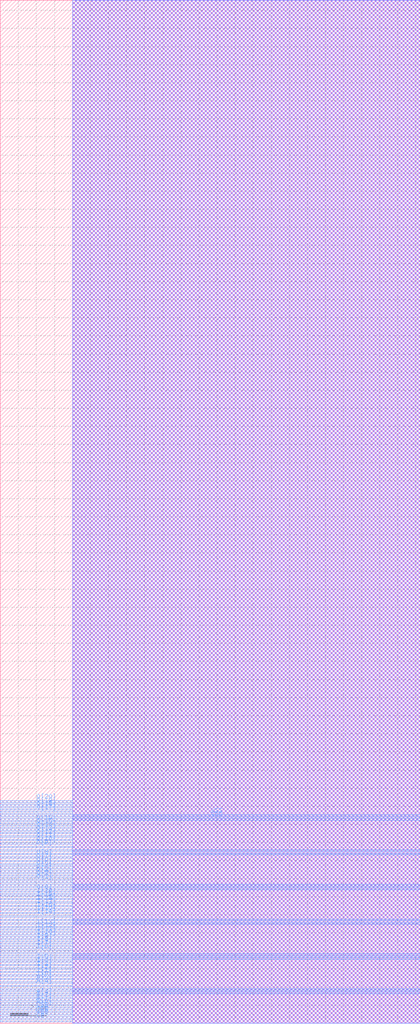
<source format=lef>
VERSION 5.6 ;
BUSBITCHARS "[]" ;
DIVIDERCHAR "/" ;

MACRO SRAM1RW64x21
  CLASS BLOCK ;
  ORIGIN 0 0 ;
  FOREIGN SRAM1RW64x21 0 0 ;
  SIZE 23.248 BY 56.556 ;
  SYMMETRY X Y ;
  SITE asap7sc7p5t ;
  PIN VDD
    DIRECTION INOUT ;
    USE POWER ;
    PORT 
      LAYER M4 ;
        RECT 0.0 1.632 23.248 1.728 ;
        RECT 0.0 3.552 23.248 3.648 ;
        RECT 0.0 5.472 23.248 5.568 ;
        RECT 0.0 7.392 23.248 7.488 ;
        RECT 0.0 9.312 23.248 9.408 ;
        RECT 0.0 11.232 23.248 11.328 ;
    END 
  END VDD
  PIN VSS
    DIRECTION INOUT ;
    USE GROUND ;
    PORT 
      LAYER M4 ;
        RECT 0.0 1.824 23.248 1.92 ;
        RECT 0.0 3.744 23.248 3.84 ;
        RECT 0.0 5.664 23.248 5.76 ;
        RECT 0.0 7.584 23.248 7.68 ;
        RECT 0.0 9.504 23.248 9.6 ;
        RECT 0.0 11.424 23.248 11.52 ;
    END 
  END VSS
  PIN CE
    DIRECTION INPUT ;
    USE SIGNAL ;
    PORT 
      LAYER M4 ;
        RECT 0.0 0.096 4.0 0.192 ;
    END 
  END CE
  PIN WEB
    DIRECTION INPUT ;
    USE SIGNAL ;
    PORT 
      LAYER M4 ;
        RECT 0.0 0.288 4.0 0.384 ;
    END 
  END WEB
  PIN OEB
    DIRECTION INPUT ;
    USE SIGNAL ;
    PORT 
      LAYER M4 ;
        RECT 0.0 0.48 4.0 0.576 ;
    END 
  END OEB
  PIN CSB
    DIRECTION INPUT ;
    USE SIGNAL ;
    PORT 
      LAYER M4 ;
        RECT 0.0 0.672 4.0 0.768 ;
    END 
  END CSB
  PIN A[0]
    DIRECTION INPUT ;
    USE SIGNAL ;
    PORT 
      LAYER M4 ;
        RECT 0.0 0.864 4.0 0.96 ;
    END 
  END A[0]
  PIN A[1]
    DIRECTION INPUT ;
    USE SIGNAL ;
    PORT 
      LAYER M4 ;
        RECT 0.0 1.056 4.0 1.152 ;
    END 
  END A[1]
  PIN A[2]
    DIRECTION INPUT ;
    USE SIGNAL ;
    PORT 
      LAYER M4 ;
        RECT 0.0 1.248 4.0 1.344 ;
    END 
  END A[2]
  PIN A[3]
    DIRECTION INPUT ;
    USE SIGNAL ;
    PORT 
      LAYER M4 ;
        RECT 0.0 1.44 4.0 1.536 ;
    END 
  END A[3]
  PIN A[4]
    DIRECTION INPUT ;
    USE SIGNAL ;
    PORT 
      LAYER M4 ;
        RECT 0.0 2.016 4.0 2.112 ;
    END 
  END A[4]
  PIN A[5]
    DIRECTION INPUT ;
    USE SIGNAL ;
    PORT 
      LAYER M4 ;
        RECT 0.0 2.208 4.0 2.304 ;
    END 
  END A[5]
  PIN I[0]
    DIRECTION INPUT ;
    USE SIGNAL ;
    PORT 
      LAYER M4 ;
        RECT 0.0 2.4 4.0 2.496 ;
    END 
  END I[0]
  PIN I[1]
    DIRECTION INPUT ;
    USE SIGNAL ;
    PORT 
      LAYER M4 ;
        RECT 0.0 2.592 4.0 2.688 ;
    END 
  END I[1]
  PIN I[2]
    DIRECTION INPUT ;
    USE SIGNAL ;
    PORT 
      LAYER M4 ;
        RECT 0.0 2.784 4.0 2.88 ;
    END 
  END I[2]
  PIN I[3]
    DIRECTION INPUT ;
    USE SIGNAL ;
    PORT 
      LAYER M4 ;
        RECT 0.0 2.976 4.0 3.072 ;
    END 
  END I[3]
  PIN I[4]
    DIRECTION INPUT ;
    USE SIGNAL ;
    PORT 
      LAYER M4 ;
        RECT 0.0 3.168 4.0 3.264 ;
    END 
  END I[4]
  PIN I[5]
    DIRECTION INPUT ;
    USE SIGNAL ;
    PORT 
      LAYER M4 ;
        RECT 0.0 3.36 4.0 3.456 ;
    END 
  END I[5]
  PIN I[6]
    DIRECTION INPUT ;
    USE SIGNAL ;
    PORT 
      LAYER M4 ;
        RECT 0.0 3.936 4.0 4.032 ;
    END 
  END I[6]
  PIN I[7]
    DIRECTION INPUT ;
    USE SIGNAL ;
    PORT 
      LAYER M4 ;
        RECT 0.0 4.128 4.0 4.224 ;
    END 
  END I[7]
  PIN I[8]
    DIRECTION INPUT ;
    USE SIGNAL ;
    PORT 
      LAYER M4 ;
        RECT 0.0 4.32 4.0 4.416 ;
    END 
  END I[8]
  PIN I[9]
    DIRECTION INPUT ;
    USE SIGNAL ;
    PORT 
      LAYER M4 ;
        RECT 0.0 4.512 4.0 4.608 ;
    END 
  END I[9]
  PIN I[10]
    DIRECTION INPUT ;
    USE SIGNAL ;
    PORT 
      LAYER M4 ;
        RECT 0.0 4.704 4.0 4.8 ;
    END 
  END I[10]
  PIN I[11]
    DIRECTION INPUT ;
    USE SIGNAL ;
    PORT 
      LAYER M4 ;
        RECT 0.0 4.896 4.0 4.992 ;
    END 
  END I[11]
  PIN I[12]
    DIRECTION INPUT ;
    USE SIGNAL ;
    PORT 
      LAYER M4 ;
        RECT 0.0 5.088 4.0 5.184 ;
    END 
  END I[12]
  PIN I[13]
    DIRECTION INPUT ;
    USE SIGNAL ;
    PORT 
      LAYER M4 ;
        RECT 0.0 5.28 4.0 5.376 ;
    END 
  END I[13]
  PIN I[14]
    DIRECTION INPUT ;
    USE SIGNAL ;
    PORT 
      LAYER M4 ;
        RECT 0.0 5.856 4.0 5.952 ;
    END 
  END I[14]
  PIN I[15]
    DIRECTION INPUT ;
    USE SIGNAL ;
    PORT 
      LAYER M4 ;
        RECT 0.0 6.048 4.0 6.144 ;
    END 
  END I[15]
  PIN I[16]
    DIRECTION INPUT ;
    USE SIGNAL ;
    PORT 
      LAYER M4 ;
        RECT 0.0 6.24 4.0 6.336 ;
    END 
  END I[16]
  PIN I[17]
    DIRECTION INPUT ;
    USE SIGNAL ;
    PORT 
      LAYER M4 ;
        RECT 0.0 6.432 4.0 6.528 ;
    END 
  END I[17]
  PIN I[18]
    DIRECTION INPUT ;
    USE SIGNAL ;
    PORT 
      LAYER M4 ;
        RECT 0.0 6.624 4.0 6.72 ;
    END 
  END I[18]
  PIN I[19]
    DIRECTION INPUT ;
    USE SIGNAL ;
    PORT 
      LAYER M4 ;
        RECT 0.0 6.816 4.0 6.912 ;
    END 
  END I[19]
  PIN I[20]
    DIRECTION INPUT ;
    USE SIGNAL ;
    PORT 
      LAYER M4 ;
        RECT 0.0 7.008 4.0 7.104 ;
    END 
  END I[20]
  PIN O[0]
    DIRECTION OUTPUT ;
    USE SIGNAL ;
    PORT 
      LAYER M4 ;
        RECT 0.0 7.2 4.0 7.296 ;
    END 
  END O[0]
  PIN O[1]
    DIRECTION OUTPUT ;
    USE SIGNAL ;
    PORT 
      LAYER M4 ;
        RECT 0.0 7.776 4.0 7.872 ;
    END 
  END O[1]
  PIN O[2]
    DIRECTION OUTPUT ;
    USE SIGNAL ;
    PORT 
      LAYER M4 ;
        RECT 0.0 7.968 4.0 8.064 ;
    END 
  END O[2]
  PIN O[3]
    DIRECTION OUTPUT ;
    USE SIGNAL ;
    PORT 
      LAYER M4 ;
        RECT 0.0 8.16 4.0 8.256 ;
    END 
  END O[3]
  PIN O[4]
    DIRECTION OUTPUT ;
    USE SIGNAL ;
    PORT 
      LAYER M4 ;
        RECT 0.0 8.352 4.0 8.448 ;
    END 
  END O[4]
  PIN O[5]
    DIRECTION OUTPUT ;
    USE SIGNAL ;
    PORT 
      LAYER M4 ;
        RECT 0.0 8.544 4.0 8.64 ;
    END 
  END O[5]
  PIN O[6]
    DIRECTION OUTPUT ;
    USE SIGNAL ;
    PORT 
      LAYER M4 ;
        RECT 0.0 8.736 4.0 8.832 ;
    END 
  END O[6]
  PIN O[7]
    DIRECTION OUTPUT ;
    USE SIGNAL ;
    PORT 
      LAYER M4 ;
        RECT 0.0 8.928 4.0 9.024 ;
    END 
  END O[7]
  PIN O[8]
    DIRECTION OUTPUT ;
    USE SIGNAL ;
    PORT 
      LAYER M4 ;
        RECT 0.0 9.12 4.0 9.216 ;
    END 
  END O[8]
  PIN O[9]
    DIRECTION OUTPUT ;
    USE SIGNAL ;
    PORT 
      LAYER M4 ;
        RECT 0.0 9.696 4.0 9.792 ;
    END 
  END O[9]
  PIN O[10]
    DIRECTION OUTPUT ;
    USE SIGNAL ;
    PORT 
      LAYER M4 ;
        RECT 0.0 9.888 4.0 9.984 ;
    END 
  END O[10]
  PIN O[11]
    DIRECTION OUTPUT ;
    USE SIGNAL ;
    PORT 
      LAYER M4 ;
        RECT 0.0 10.08 4.0 10.176 ;
    END 
  END O[11]
  PIN O[12]
    DIRECTION OUTPUT ;
    USE SIGNAL ;
    PORT 
      LAYER M4 ;
        RECT 0.0 10.272 4.0 10.368 ;
    END 
  END O[12]
  PIN O[13]
    DIRECTION OUTPUT ;
    USE SIGNAL ;
    PORT 
      LAYER M4 ;
        RECT 0.0 10.464 4.0 10.56 ;
    END 
  END O[13]
  PIN O[14]
    DIRECTION OUTPUT ;
    USE SIGNAL ;
    PORT 
      LAYER M4 ;
        RECT 0.0 10.656 4.0 10.752 ;
    END 
  END O[14]
  PIN O[15]
    DIRECTION OUTPUT ;
    USE SIGNAL ;
    PORT 
      LAYER M4 ;
        RECT 0.0 10.848 4.0 10.944 ;
    END 
  END O[15]
  PIN O[16]
    DIRECTION OUTPUT ;
    USE SIGNAL ;
    PORT 
      LAYER M4 ;
        RECT 0.0 11.04 4.0 11.136 ;
    END 
  END O[16]
  PIN O[17]
    DIRECTION OUTPUT ;
    USE SIGNAL ;
    PORT 
      LAYER M4 ;
        RECT 0.0 11.616 4.0 11.712 ;
    END 
  END O[17]
  PIN O[18]
    DIRECTION OUTPUT ;
    USE SIGNAL ;
    PORT 
      LAYER M4 ;
        RECT 0.0 11.808 4.0 11.904 ;
    END 
  END O[18]
  PIN O[19]
    DIRECTION OUTPUT ;
    USE SIGNAL ;
    PORT 
      LAYER M4 ;
        RECT 0.0 12.0 4.0 12.096 ;
    END 
  END O[19]
  PIN O[20]
    DIRECTION OUTPUT ;
    USE SIGNAL ;
    PORT 
      LAYER M4 ;
        RECT 0.0 12.192 4.0 12.288 ;
    END 
  END O[20]
  OBS 
    LAYER M1 ;
      RECT 4.0 0.0 23.248 56.556 ;
    LAYER M2 ;
      RECT 4.0 0.0 23.248 56.556 ;
    LAYER M3 ;
      RECT 4.0 0.0 23.248 56.556 ;
  END 
END SRAM1RW64x21

END LIBRARY
</source>
